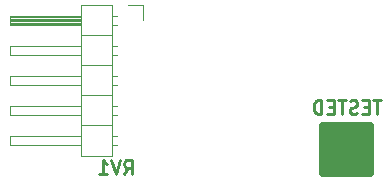
<source format=gbo>
G04 #@! TF.GenerationSoftware,KiCad,Pcbnew,(5.1.10)-1*
G04 #@! TF.CreationDate,2021-10-24T18:12:00-04:00*
G04 #@! TF.ProjectId,AudioAmp380,41756469-6f41-46d7-9033-38302e6b6963,1*
G04 #@! TF.SameCoordinates,Original*
G04 #@! TF.FileFunction,Legend,Bot*
G04 #@! TF.FilePolarity,Positive*
%FSLAX46Y46*%
G04 Gerber Fmt 4.6, Leading zero omitted, Abs format (unit mm)*
G04 Created by KiCad (PCBNEW (5.1.10)-1) date 2021-10-24 18:12:00*
%MOMM*%
%LPD*%
G01*
G04 APERTURE LIST*
%ADD10C,0.120000*%
%ADD11C,0.650000*%
%ADD12C,0.254000*%
G04 APERTURE END LIST*
D10*
X62250000Y-76466400D02*
X60980000Y-76466400D01*
X62250000Y-77736400D02*
X62250000Y-76466400D01*
X60070000Y-88276400D02*
X59640000Y-88276400D01*
X60070000Y-87516400D02*
X59640000Y-87516400D01*
X51020000Y-87516400D02*
X57020000Y-87516400D01*
X51020000Y-88276400D02*
X51020000Y-87516400D01*
X57020000Y-88276400D02*
X51020000Y-88276400D01*
X57020000Y-87516400D02*
X57020000Y-88276400D01*
X57020000Y-86626400D02*
X59640000Y-86626400D01*
X57020000Y-89226400D02*
X57020000Y-86626400D01*
X59640000Y-89226400D02*
X57020000Y-89226400D01*
X59640000Y-86626400D02*
X59640000Y-89226400D01*
X60070000Y-85736400D02*
X59640000Y-85736400D01*
X60070000Y-84976400D02*
X59640000Y-84976400D01*
X51020000Y-84976400D02*
X57020000Y-84976400D01*
X51020000Y-85736400D02*
X51020000Y-84976400D01*
X57020000Y-85736400D02*
X51020000Y-85736400D01*
X57020000Y-84976400D02*
X57020000Y-85736400D01*
X57020000Y-84086400D02*
X59640000Y-84086400D01*
X57020000Y-86626400D02*
X57020000Y-84086400D01*
X59640000Y-86626400D02*
X57020000Y-86626400D01*
X59640000Y-84086400D02*
X59640000Y-86626400D01*
X60070000Y-83196400D02*
X59640000Y-83196400D01*
X60070000Y-82436400D02*
X59640000Y-82436400D01*
X51020000Y-82436400D02*
X57020000Y-82436400D01*
X51020000Y-83196400D02*
X51020000Y-82436400D01*
X57020000Y-83196400D02*
X51020000Y-83196400D01*
X57020000Y-82436400D02*
X57020000Y-83196400D01*
X57020000Y-81546400D02*
X59640000Y-81546400D01*
X57020000Y-84086400D02*
X57020000Y-81546400D01*
X59640000Y-84086400D02*
X57020000Y-84086400D01*
X59640000Y-81546400D02*
X59640000Y-84086400D01*
X60070000Y-80656400D02*
X59640000Y-80656400D01*
X60070000Y-79896400D02*
X59640000Y-79896400D01*
X51020000Y-79896400D02*
X57020000Y-79896400D01*
X51020000Y-80656400D02*
X51020000Y-79896400D01*
X57020000Y-80656400D02*
X51020000Y-80656400D01*
X57020000Y-79896400D02*
X57020000Y-80656400D01*
X57020000Y-79006400D02*
X59640000Y-79006400D01*
X57020000Y-81546400D02*
X57020000Y-79006400D01*
X59640000Y-81546400D02*
X57020000Y-81546400D01*
X59640000Y-79006400D02*
X59640000Y-81546400D01*
X57020000Y-78076400D02*
X51020000Y-78076400D01*
X57020000Y-77956400D02*
X51020000Y-77956400D01*
X57020000Y-77836400D02*
X51020000Y-77836400D01*
X57020000Y-77716400D02*
X51020000Y-77716400D01*
X57020000Y-77596400D02*
X51020000Y-77596400D01*
X57020000Y-77476400D02*
X51020000Y-77476400D01*
X60070000Y-78116400D02*
X59640000Y-78116400D01*
X60070000Y-77356400D02*
X59640000Y-77356400D01*
X51020000Y-77356400D02*
X57020000Y-77356400D01*
X51020000Y-78116400D02*
X51020000Y-77356400D01*
X57020000Y-78116400D02*
X51020000Y-78116400D01*
X57020000Y-77356400D02*
X57020000Y-78116400D01*
X57020000Y-76406400D02*
X59640000Y-76406400D01*
X57020000Y-79006400D02*
X57020000Y-76406400D01*
X59640000Y-79006400D02*
X57020000Y-79006400D01*
X59640000Y-76406400D02*
X59640000Y-79006400D01*
D11*
X77522000Y-90158400D02*
X81522000Y-90158400D01*
X77522000Y-89658400D02*
X77522000Y-90158400D01*
X81522000Y-89658400D02*
X77522000Y-89658400D01*
X81522000Y-89158400D02*
X81522000Y-89658400D01*
X81022000Y-89158400D02*
X81522000Y-89158400D01*
X77522000Y-89158400D02*
X81022000Y-89158400D01*
X77522000Y-88658400D02*
X77522000Y-89158400D01*
X81522000Y-88658400D02*
X77522000Y-88658400D01*
X81522000Y-88158400D02*
X81522000Y-88658400D01*
X77522000Y-88158400D02*
X81522000Y-88158400D01*
X77522000Y-87658400D02*
X77522000Y-88158400D01*
X81522000Y-87658400D02*
X77522000Y-87658400D01*
X81522000Y-87158400D02*
X81522000Y-87658400D01*
X77522000Y-87158400D02*
X81522000Y-87158400D01*
X77522000Y-86658400D02*
X77522000Y-87158400D01*
X77522000Y-90658400D02*
X77522000Y-86658400D01*
X81522000Y-90658400D02*
X77522000Y-90658400D01*
X81522000Y-86658400D02*
X81522000Y-90658400D01*
X77522000Y-86658400D02*
X81522000Y-86658400D01*
D12*
X60660357Y-90753471D02*
X61041357Y-90209185D01*
X61313500Y-90753471D02*
X61313500Y-89610471D01*
X60878071Y-89610471D01*
X60769214Y-89664900D01*
X60714785Y-89719328D01*
X60660357Y-89828185D01*
X60660357Y-89991471D01*
X60714785Y-90100328D01*
X60769214Y-90154757D01*
X60878071Y-90209185D01*
X61313500Y-90209185D01*
X60333785Y-89610471D02*
X59952785Y-90753471D01*
X59571785Y-89610471D01*
X58592071Y-90753471D02*
X59245214Y-90753471D01*
X58918642Y-90753471D02*
X58918642Y-89610471D01*
X59027500Y-89773757D01*
X59136357Y-89882614D01*
X59245214Y-89937042D01*
X82433928Y-84532471D02*
X81780785Y-84532471D01*
X82107357Y-85675471D02*
X82107357Y-84532471D01*
X81399785Y-85076757D02*
X81018785Y-85076757D01*
X80855500Y-85675471D02*
X81399785Y-85675471D01*
X81399785Y-84532471D01*
X80855500Y-84532471D01*
X80420071Y-85621042D02*
X80256785Y-85675471D01*
X79984642Y-85675471D01*
X79875785Y-85621042D01*
X79821357Y-85566614D01*
X79766928Y-85457757D01*
X79766928Y-85348900D01*
X79821357Y-85240042D01*
X79875785Y-85185614D01*
X79984642Y-85131185D01*
X80202357Y-85076757D01*
X80311214Y-85022328D01*
X80365642Y-84967900D01*
X80420071Y-84859042D01*
X80420071Y-84750185D01*
X80365642Y-84641328D01*
X80311214Y-84586900D01*
X80202357Y-84532471D01*
X79930214Y-84532471D01*
X79766928Y-84586900D01*
X79440357Y-84532471D02*
X78787214Y-84532471D01*
X79113785Y-85675471D02*
X79113785Y-84532471D01*
X78406214Y-85076757D02*
X78025214Y-85076757D01*
X77861928Y-85675471D02*
X78406214Y-85675471D01*
X78406214Y-84532471D01*
X77861928Y-84532471D01*
X77372071Y-85675471D02*
X77372071Y-84532471D01*
X77099928Y-84532471D01*
X76936642Y-84586900D01*
X76827785Y-84695757D01*
X76773357Y-84804614D01*
X76718928Y-85022328D01*
X76718928Y-85185614D01*
X76773357Y-85403328D01*
X76827785Y-85512185D01*
X76936642Y-85621042D01*
X77099928Y-85675471D01*
X77372071Y-85675471D01*
M02*

</source>
